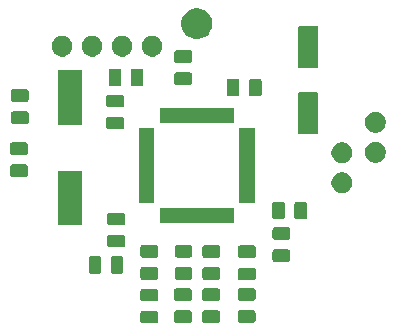
<source format=gbr>
G04 #@! TF.GenerationSoftware,KiCad,Pcbnew,(5.0.2)-1*
G04 #@! TF.CreationDate,2019-01-23T22:06:34-08:00*
G04 #@! TF.ProjectId,heart,68656172-742e-46b6-9963-61645f706362,rev?*
G04 #@! TF.SameCoordinates,Original*
G04 #@! TF.FileFunction,Soldermask,Top*
G04 #@! TF.FilePolarity,Negative*
%FSLAX46Y46*%
G04 Gerber Fmt 4.6, Leading zero omitted, Abs format (unit mm)*
G04 Created by KiCad (PCBNEW (5.0.2)-1) date 1/23/2019 10:06:34 PM*
%MOMM*%
%LPD*%
G01*
G04 APERTURE LIST*
%ADD10C,0.100000*%
G04 APERTURE END LIST*
D10*
G36*
X-3438894Y4691675D02*
X-3400223Y4679944D01*
X-3364581Y4660892D01*
X-3333343Y4635257D01*
X-3307708Y4604019D01*
X-3288656Y4568377D01*
X-3276925Y4529706D01*
X-3272360Y4483352D01*
X-3272360Y3832128D01*
X-3276925Y3785774D01*
X-3288656Y3747103D01*
X-3307708Y3711461D01*
X-3333343Y3680223D01*
X-3364581Y3654588D01*
X-3400223Y3635536D01*
X-3438894Y3623805D01*
X-3485248Y3619240D01*
X-4561472Y3619240D01*
X-4607826Y3623805D01*
X-4646497Y3635536D01*
X-4682139Y3654588D01*
X-4713377Y3680223D01*
X-4739012Y3711461D01*
X-4758064Y3747103D01*
X-4769795Y3785774D01*
X-4774360Y3832128D01*
X-4774360Y4483352D01*
X-4769795Y4529706D01*
X-4758064Y4568377D01*
X-4739012Y4604019D01*
X-4713377Y4635257D01*
X-4682139Y4660892D01*
X-4646497Y4679944D01*
X-4607826Y4691675D01*
X-4561472Y4696240D01*
X-3485248Y4696240D01*
X-3438894Y4691675D01*
X-3438894Y4691675D01*
G37*
G36*
X-589014Y4722155D02*
X-550343Y4710424D01*
X-514701Y4691372D01*
X-483463Y4665737D01*
X-457828Y4634499D01*
X-438776Y4598857D01*
X-427045Y4560186D01*
X-422480Y4513832D01*
X-422480Y3862608D01*
X-427045Y3816254D01*
X-438776Y3777583D01*
X-457828Y3741941D01*
X-483463Y3710703D01*
X-514701Y3685068D01*
X-550343Y3666016D01*
X-589014Y3654285D01*
X-635368Y3649720D01*
X-1711592Y3649720D01*
X-1757946Y3654285D01*
X-1796617Y3666016D01*
X-1832259Y3685068D01*
X-1863497Y3710703D01*
X-1889132Y3741941D01*
X-1908184Y3777583D01*
X-1919915Y3816254D01*
X-1924480Y3862608D01*
X-1924480Y4513832D01*
X-1919915Y4560186D01*
X-1908184Y4598857D01*
X-1889132Y4634499D01*
X-1863497Y4665737D01*
X-1832259Y4691372D01*
X-1796617Y4710424D01*
X-1757946Y4722155D01*
X-1711592Y4726720D01*
X-635368Y4726720D01*
X-589014Y4722155D01*
X-589014Y4722155D01*
G37*
G36*
X1798586Y4737395D02*
X1837257Y4725664D01*
X1872899Y4706612D01*
X1904137Y4680977D01*
X1929772Y4649739D01*
X1948824Y4614097D01*
X1960555Y4575426D01*
X1965120Y4529072D01*
X1965120Y3877848D01*
X1960555Y3831494D01*
X1948824Y3792823D01*
X1929772Y3757181D01*
X1904137Y3725943D01*
X1872899Y3700308D01*
X1837257Y3681256D01*
X1798586Y3669525D01*
X1752232Y3664960D01*
X676008Y3664960D01*
X629654Y3669525D01*
X590983Y3681256D01*
X555341Y3700308D01*
X524103Y3725943D01*
X498468Y3757181D01*
X479416Y3792823D01*
X467685Y3831494D01*
X463120Y3877848D01*
X463120Y4529072D01*
X467685Y4575426D01*
X479416Y4614097D01*
X498468Y4649739D01*
X524103Y4680977D01*
X555341Y4706612D01*
X590983Y4725664D01*
X629654Y4737395D01*
X676008Y4741960D01*
X1752232Y4741960D01*
X1798586Y4737395D01*
X1798586Y4737395D01*
G37*
G36*
X4805946Y4752635D02*
X4844617Y4740904D01*
X4880259Y4721852D01*
X4911497Y4696217D01*
X4937132Y4664979D01*
X4956184Y4629337D01*
X4967915Y4590666D01*
X4972480Y4544312D01*
X4972480Y3893088D01*
X4967915Y3846734D01*
X4956184Y3808063D01*
X4937132Y3772421D01*
X4911497Y3741183D01*
X4880259Y3715548D01*
X4844617Y3696496D01*
X4805946Y3684765D01*
X4759592Y3680200D01*
X3683368Y3680200D01*
X3637014Y3684765D01*
X3598343Y3696496D01*
X3562701Y3715548D01*
X3531463Y3741183D01*
X3505828Y3772421D01*
X3486776Y3808063D01*
X3475045Y3846734D01*
X3470480Y3893088D01*
X3470480Y4544312D01*
X3475045Y4590666D01*
X3486776Y4629337D01*
X3505828Y4664979D01*
X3531463Y4696217D01*
X3562701Y4721852D01*
X3598343Y4740904D01*
X3637014Y4752635D01*
X3683368Y4757200D01*
X4759592Y4757200D01*
X4805946Y4752635D01*
X4805946Y4752635D01*
G37*
G36*
X-3438894Y6566675D02*
X-3400223Y6554944D01*
X-3364581Y6535892D01*
X-3333343Y6510257D01*
X-3307708Y6479019D01*
X-3288656Y6443377D01*
X-3276925Y6404706D01*
X-3272360Y6358352D01*
X-3272360Y5707128D01*
X-3276925Y5660774D01*
X-3288656Y5622103D01*
X-3307708Y5586461D01*
X-3333343Y5555223D01*
X-3364581Y5529588D01*
X-3400223Y5510536D01*
X-3438894Y5498805D01*
X-3485248Y5494240D01*
X-4561472Y5494240D01*
X-4607826Y5498805D01*
X-4646497Y5510536D01*
X-4682139Y5529588D01*
X-4713377Y5555223D01*
X-4739012Y5586461D01*
X-4758064Y5622103D01*
X-4769795Y5660774D01*
X-4774360Y5707128D01*
X-4774360Y6358352D01*
X-4769795Y6404706D01*
X-4758064Y6443377D01*
X-4739012Y6479019D01*
X-4713377Y6510257D01*
X-4682139Y6535892D01*
X-4646497Y6554944D01*
X-4607826Y6566675D01*
X-4561472Y6571240D01*
X-3485248Y6571240D01*
X-3438894Y6566675D01*
X-3438894Y6566675D01*
G37*
G36*
X-589014Y6597155D02*
X-550343Y6585424D01*
X-514701Y6566372D01*
X-483463Y6540737D01*
X-457828Y6509499D01*
X-438776Y6473857D01*
X-427045Y6435186D01*
X-422480Y6388832D01*
X-422480Y5737608D01*
X-427045Y5691254D01*
X-438776Y5652583D01*
X-457828Y5616941D01*
X-483463Y5585703D01*
X-514701Y5560068D01*
X-550343Y5541016D01*
X-589014Y5529285D01*
X-635368Y5524720D01*
X-1711592Y5524720D01*
X-1757946Y5529285D01*
X-1796617Y5541016D01*
X-1832259Y5560068D01*
X-1863497Y5585703D01*
X-1889132Y5616941D01*
X-1908184Y5652583D01*
X-1919915Y5691254D01*
X-1924480Y5737608D01*
X-1924480Y6388832D01*
X-1919915Y6435186D01*
X-1908184Y6473857D01*
X-1889132Y6509499D01*
X-1863497Y6540737D01*
X-1832259Y6566372D01*
X-1796617Y6585424D01*
X-1757946Y6597155D01*
X-1711592Y6601720D01*
X-635368Y6601720D01*
X-589014Y6597155D01*
X-589014Y6597155D01*
G37*
G36*
X1798586Y6612395D02*
X1837257Y6600664D01*
X1872899Y6581612D01*
X1904137Y6555977D01*
X1929772Y6524739D01*
X1948824Y6489097D01*
X1960555Y6450426D01*
X1965120Y6404072D01*
X1965120Y5752848D01*
X1960555Y5706494D01*
X1948824Y5667823D01*
X1929772Y5632181D01*
X1904137Y5600943D01*
X1872899Y5575308D01*
X1837257Y5556256D01*
X1798586Y5544525D01*
X1752232Y5539960D01*
X676008Y5539960D01*
X629654Y5544525D01*
X590983Y5556256D01*
X555341Y5575308D01*
X524103Y5600943D01*
X498468Y5632181D01*
X479416Y5667823D01*
X467685Y5706494D01*
X463120Y5752848D01*
X463120Y6404072D01*
X467685Y6450426D01*
X479416Y6489097D01*
X498468Y6524739D01*
X524103Y6555977D01*
X555341Y6581612D01*
X590983Y6600664D01*
X629654Y6612395D01*
X676008Y6616960D01*
X1752232Y6616960D01*
X1798586Y6612395D01*
X1798586Y6612395D01*
G37*
G36*
X4805946Y6627635D02*
X4844617Y6615904D01*
X4880259Y6596852D01*
X4911497Y6571217D01*
X4937132Y6539979D01*
X4956184Y6504337D01*
X4967915Y6465666D01*
X4972480Y6419312D01*
X4972480Y5768088D01*
X4967915Y5721734D01*
X4956184Y5683063D01*
X4937132Y5647421D01*
X4911497Y5616183D01*
X4880259Y5590548D01*
X4844617Y5571496D01*
X4805946Y5559765D01*
X4759592Y5555200D01*
X3683368Y5555200D01*
X3637014Y5559765D01*
X3598343Y5571496D01*
X3562701Y5590548D01*
X3531463Y5616183D01*
X3505828Y5647421D01*
X3486776Y5683063D01*
X3475045Y5721734D01*
X3470480Y5768088D01*
X3470480Y6419312D01*
X3475045Y6465666D01*
X3486776Y6504337D01*
X3505828Y6539979D01*
X3531463Y6571217D01*
X3562701Y6596852D01*
X3598343Y6615904D01*
X3637014Y6627635D01*
X3683368Y6632200D01*
X4759592Y6632200D01*
X4805946Y6627635D01*
X4805946Y6627635D01*
G37*
G36*
X4821186Y8354355D02*
X4859857Y8342624D01*
X4895499Y8323572D01*
X4926737Y8297937D01*
X4952372Y8266699D01*
X4971424Y8231057D01*
X4983155Y8192386D01*
X4987720Y8146032D01*
X4987720Y7494808D01*
X4983155Y7448454D01*
X4971424Y7409783D01*
X4952372Y7374141D01*
X4926737Y7342903D01*
X4895499Y7317268D01*
X4859857Y7298216D01*
X4821186Y7286485D01*
X4774832Y7281920D01*
X3698608Y7281920D01*
X3652254Y7286485D01*
X3613583Y7298216D01*
X3577941Y7317268D01*
X3546703Y7342903D01*
X3521068Y7374141D01*
X3502016Y7409783D01*
X3490285Y7448454D01*
X3485720Y7494808D01*
X3485720Y8146032D01*
X3490285Y8192386D01*
X3502016Y8231057D01*
X3521068Y8266699D01*
X3546703Y8297937D01*
X3577941Y8323572D01*
X3613583Y8342624D01*
X3652254Y8354355D01*
X3698608Y8358920D01*
X4774832Y8358920D01*
X4821186Y8354355D01*
X4821186Y8354355D01*
G37*
G36*
X1803666Y8374675D02*
X1842337Y8362944D01*
X1877979Y8343892D01*
X1909217Y8318257D01*
X1934852Y8287019D01*
X1953904Y8251377D01*
X1965635Y8212706D01*
X1970200Y8166352D01*
X1970200Y7515128D01*
X1965635Y7468774D01*
X1953904Y7430103D01*
X1934852Y7394461D01*
X1909217Y7363223D01*
X1877979Y7337588D01*
X1842337Y7318536D01*
X1803666Y7306805D01*
X1757312Y7302240D01*
X681088Y7302240D01*
X634734Y7306805D01*
X596063Y7318536D01*
X560421Y7337588D01*
X529183Y7363223D01*
X503548Y7394461D01*
X484496Y7430103D01*
X472765Y7468774D01*
X468200Y7515128D01*
X468200Y8166352D01*
X472765Y8212706D01*
X484496Y8251377D01*
X503548Y8287019D01*
X529183Y8318257D01*
X560421Y8343892D01*
X596063Y8362944D01*
X634734Y8374675D01*
X681088Y8379240D01*
X1757312Y8379240D01*
X1803666Y8374675D01*
X1803666Y8374675D01*
G37*
G36*
X-3438894Y8394995D02*
X-3400223Y8383264D01*
X-3364581Y8364212D01*
X-3333343Y8338577D01*
X-3307708Y8307339D01*
X-3288656Y8271697D01*
X-3276925Y8233026D01*
X-3272360Y8186672D01*
X-3272360Y7535448D01*
X-3276925Y7489094D01*
X-3288656Y7450423D01*
X-3307708Y7414781D01*
X-3333343Y7383543D01*
X-3364581Y7357908D01*
X-3400223Y7338856D01*
X-3438894Y7327125D01*
X-3485248Y7322560D01*
X-4561472Y7322560D01*
X-4607826Y7327125D01*
X-4646497Y7338856D01*
X-4682139Y7357908D01*
X-4713377Y7383543D01*
X-4739012Y7414781D01*
X-4758064Y7450423D01*
X-4769795Y7489094D01*
X-4774360Y7535448D01*
X-4774360Y8186672D01*
X-4769795Y8233026D01*
X-4758064Y8271697D01*
X-4739012Y8307339D01*
X-4713377Y8338577D01*
X-4682139Y8364212D01*
X-4646497Y8383264D01*
X-4607826Y8394995D01*
X-4561472Y8399560D01*
X-3485248Y8399560D01*
X-3438894Y8394995D01*
X-3438894Y8394995D01*
G37*
G36*
X-538214Y8400075D02*
X-499543Y8388344D01*
X-463901Y8369292D01*
X-432663Y8343657D01*
X-407028Y8312419D01*
X-387976Y8276777D01*
X-376245Y8238106D01*
X-371680Y8191752D01*
X-371680Y7540528D01*
X-376245Y7494174D01*
X-387976Y7455503D01*
X-407028Y7419861D01*
X-432663Y7388623D01*
X-463901Y7362988D01*
X-499543Y7343936D01*
X-538214Y7332205D01*
X-584568Y7327640D01*
X-1660792Y7327640D01*
X-1707146Y7332205D01*
X-1745817Y7343936D01*
X-1781459Y7362988D01*
X-1812697Y7388623D01*
X-1838332Y7419861D01*
X-1857384Y7455503D01*
X-1869115Y7494174D01*
X-1873680Y7540528D01*
X-1873680Y8191752D01*
X-1869115Y8238106D01*
X-1857384Y8276777D01*
X-1838332Y8312419D01*
X-1812697Y8343657D01*
X-1781459Y8369292D01*
X-1745817Y8388344D01*
X-1707146Y8400075D01*
X-1660792Y8404640D01*
X-584568Y8404640D01*
X-538214Y8400075D01*
X-538214Y8400075D01*
G37*
G36*
X-6376574Y9321475D02*
X-6337903Y9309744D01*
X-6302261Y9290692D01*
X-6271023Y9265057D01*
X-6245388Y9233819D01*
X-6226336Y9198177D01*
X-6214605Y9159506D01*
X-6210040Y9113152D01*
X-6210040Y8036928D01*
X-6214605Y7990574D01*
X-6226336Y7951903D01*
X-6245388Y7916261D01*
X-6271023Y7885023D01*
X-6302261Y7859388D01*
X-6337903Y7840336D01*
X-6376574Y7828605D01*
X-6422928Y7824040D01*
X-7074152Y7824040D01*
X-7120506Y7828605D01*
X-7159177Y7840336D01*
X-7194819Y7859388D01*
X-7226057Y7885023D01*
X-7251692Y7916261D01*
X-7270744Y7951903D01*
X-7282475Y7990574D01*
X-7287040Y8036928D01*
X-7287040Y9113152D01*
X-7282475Y9159506D01*
X-7270744Y9198177D01*
X-7251692Y9233819D01*
X-7226057Y9265057D01*
X-7194819Y9290692D01*
X-7159177Y9309744D01*
X-7120506Y9321475D01*
X-7074152Y9326040D01*
X-6422928Y9326040D01*
X-6376574Y9321475D01*
X-6376574Y9321475D01*
G37*
G36*
X-8251574Y9321475D02*
X-8212903Y9309744D01*
X-8177261Y9290692D01*
X-8146023Y9265057D01*
X-8120388Y9233819D01*
X-8101336Y9198177D01*
X-8089605Y9159506D01*
X-8085040Y9113152D01*
X-8085040Y8036928D01*
X-8089605Y7990574D01*
X-8101336Y7951903D01*
X-8120388Y7916261D01*
X-8146023Y7885023D01*
X-8177261Y7859388D01*
X-8212903Y7840336D01*
X-8251574Y7828605D01*
X-8297928Y7824040D01*
X-8949152Y7824040D01*
X-8995506Y7828605D01*
X-9034177Y7840336D01*
X-9069819Y7859388D01*
X-9101057Y7885023D01*
X-9126692Y7916261D01*
X-9145744Y7951903D01*
X-9157475Y7990574D01*
X-9162040Y8036928D01*
X-9162040Y9113152D01*
X-9157475Y9159506D01*
X-9145744Y9198177D01*
X-9126692Y9233819D01*
X-9101057Y9265057D01*
X-9069819Y9290692D01*
X-9034177Y9309744D01*
X-8995506Y9321475D01*
X-8949152Y9326040D01*
X-8297928Y9326040D01*
X-8251574Y9321475D01*
X-8251574Y9321475D01*
G37*
G36*
X7742186Y9893595D02*
X7780857Y9881864D01*
X7816499Y9862812D01*
X7847737Y9837177D01*
X7873372Y9805939D01*
X7892424Y9770297D01*
X7904155Y9731626D01*
X7908720Y9685272D01*
X7908720Y9034048D01*
X7904155Y8987694D01*
X7892424Y8949023D01*
X7873372Y8913381D01*
X7847737Y8882143D01*
X7816499Y8856508D01*
X7780857Y8837456D01*
X7742186Y8825725D01*
X7695832Y8821160D01*
X6619608Y8821160D01*
X6573254Y8825725D01*
X6534583Y8837456D01*
X6498941Y8856508D01*
X6467703Y8882143D01*
X6442068Y8913381D01*
X6423016Y8949023D01*
X6411285Y8987694D01*
X6406720Y9034048D01*
X6406720Y9685272D01*
X6411285Y9731626D01*
X6423016Y9770297D01*
X6442068Y9805939D01*
X6467703Y9837177D01*
X6498941Y9862812D01*
X6534583Y9881864D01*
X6573254Y9893595D01*
X6619608Y9898160D01*
X7695832Y9898160D01*
X7742186Y9893595D01*
X7742186Y9893595D01*
G37*
G36*
X4821186Y10229355D02*
X4859857Y10217624D01*
X4895499Y10198572D01*
X4926737Y10172937D01*
X4952372Y10141699D01*
X4971424Y10106057D01*
X4983155Y10067386D01*
X4987720Y10021032D01*
X4987720Y9369808D01*
X4983155Y9323454D01*
X4971424Y9284783D01*
X4952372Y9249141D01*
X4926737Y9217903D01*
X4895499Y9192268D01*
X4859857Y9173216D01*
X4821186Y9161485D01*
X4774832Y9156920D01*
X3698608Y9156920D01*
X3652254Y9161485D01*
X3613583Y9173216D01*
X3577941Y9192268D01*
X3546703Y9217903D01*
X3521068Y9249141D01*
X3502016Y9284783D01*
X3490285Y9323454D01*
X3485720Y9369808D01*
X3485720Y10021032D01*
X3490285Y10067386D01*
X3502016Y10106057D01*
X3521068Y10141699D01*
X3546703Y10172937D01*
X3577941Y10198572D01*
X3613583Y10217624D01*
X3652254Y10229355D01*
X3698608Y10233920D01*
X4774832Y10233920D01*
X4821186Y10229355D01*
X4821186Y10229355D01*
G37*
G36*
X1803666Y10249675D02*
X1842337Y10237944D01*
X1877979Y10218892D01*
X1909217Y10193257D01*
X1934852Y10162019D01*
X1953904Y10126377D01*
X1965635Y10087706D01*
X1970200Y10041352D01*
X1970200Y9390128D01*
X1965635Y9343774D01*
X1953904Y9305103D01*
X1934852Y9269461D01*
X1909217Y9238223D01*
X1877979Y9212588D01*
X1842337Y9193536D01*
X1803666Y9181805D01*
X1757312Y9177240D01*
X681088Y9177240D01*
X634734Y9181805D01*
X596063Y9193536D01*
X560421Y9212588D01*
X529183Y9238223D01*
X503548Y9269461D01*
X484496Y9305103D01*
X472765Y9343774D01*
X468200Y9390128D01*
X468200Y10041352D01*
X472765Y10087706D01*
X484496Y10126377D01*
X503548Y10162019D01*
X529183Y10193257D01*
X560421Y10218892D01*
X596063Y10237944D01*
X634734Y10249675D01*
X681088Y10254240D01*
X1757312Y10254240D01*
X1803666Y10249675D01*
X1803666Y10249675D01*
G37*
G36*
X-3438894Y10269995D02*
X-3400223Y10258264D01*
X-3364581Y10239212D01*
X-3333343Y10213577D01*
X-3307708Y10182339D01*
X-3288656Y10146697D01*
X-3276925Y10108026D01*
X-3272360Y10061672D01*
X-3272360Y9410448D01*
X-3276925Y9364094D01*
X-3288656Y9325423D01*
X-3307708Y9289781D01*
X-3333343Y9258543D01*
X-3364581Y9232908D01*
X-3400223Y9213856D01*
X-3438894Y9202125D01*
X-3485248Y9197560D01*
X-4561472Y9197560D01*
X-4607826Y9202125D01*
X-4646497Y9213856D01*
X-4682139Y9232908D01*
X-4713377Y9258543D01*
X-4739012Y9289781D01*
X-4758064Y9325423D01*
X-4769795Y9364094D01*
X-4774360Y9410448D01*
X-4774360Y10061672D01*
X-4769795Y10108026D01*
X-4758064Y10146697D01*
X-4739012Y10182339D01*
X-4713377Y10213577D01*
X-4682139Y10239212D01*
X-4646497Y10258264D01*
X-4607826Y10269995D01*
X-4561472Y10274560D01*
X-3485248Y10274560D01*
X-3438894Y10269995D01*
X-3438894Y10269995D01*
G37*
G36*
X-538214Y10275075D02*
X-499543Y10263344D01*
X-463901Y10244292D01*
X-432663Y10218657D01*
X-407028Y10187419D01*
X-387976Y10151777D01*
X-376245Y10113106D01*
X-371680Y10066752D01*
X-371680Y9415528D01*
X-376245Y9369174D01*
X-387976Y9330503D01*
X-407028Y9294861D01*
X-432663Y9263623D01*
X-463901Y9237988D01*
X-499543Y9218936D01*
X-538214Y9207205D01*
X-584568Y9202640D01*
X-1660792Y9202640D01*
X-1707146Y9207205D01*
X-1745817Y9218936D01*
X-1781459Y9237988D01*
X-1812697Y9263623D01*
X-1838332Y9294861D01*
X-1857384Y9330503D01*
X-1869115Y9369174D01*
X-1873680Y9415528D01*
X-1873680Y10066752D01*
X-1869115Y10113106D01*
X-1857384Y10151777D01*
X-1838332Y10187419D01*
X-1812697Y10218657D01*
X-1781459Y10244292D01*
X-1745817Y10263344D01*
X-1707146Y10275075D01*
X-1660792Y10279640D01*
X-584568Y10279640D01*
X-538214Y10275075D01*
X-538214Y10275075D01*
G37*
G36*
X-6243054Y11133115D02*
X-6204383Y11121384D01*
X-6168741Y11102332D01*
X-6137503Y11076697D01*
X-6111868Y11045459D01*
X-6092816Y11009817D01*
X-6081085Y10971146D01*
X-6076520Y10924792D01*
X-6076520Y10273569D01*
X-6081085Y10227214D01*
X-6092816Y10188543D01*
X-6111868Y10152901D01*
X-6137503Y10121663D01*
X-6168741Y10096028D01*
X-6204383Y10076976D01*
X-6243054Y10065245D01*
X-6289408Y10060680D01*
X-7365632Y10060680D01*
X-7411986Y10065245D01*
X-7450657Y10076976D01*
X-7486299Y10096028D01*
X-7517537Y10121663D01*
X-7543172Y10152901D01*
X-7562224Y10188543D01*
X-7573955Y10227214D01*
X-7578520Y10273569D01*
X-7578520Y10924792D01*
X-7573955Y10971146D01*
X-7562224Y11009817D01*
X-7543172Y11045459D01*
X-7517537Y11076697D01*
X-7486299Y11102332D01*
X-7450657Y11121384D01*
X-7411986Y11133115D01*
X-7365632Y11137680D01*
X-6289408Y11137680D01*
X-6243054Y11133115D01*
X-6243054Y11133115D01*
G37*
G36*
X7742186Y11768595D02*
X7780857Y11756864D01*
X7816499Y11737812D01*
X7847737Y11712177D01*
X7873372Y11680939D01*
X7892424Y11645297D01*
X7904155Y11606626D01*
X7908720Y11560272D01*
X7908720Y10909048D01*
X7904155Y10862694D01*
X7892424Y10824023D01*
X7873372Y10788381D01*
X7847737Y10757143D01*
X7816499Y10731508D01*
X7780857Y10712456D01*
X7742186Y10700725D01*
X7695832Y10696160D01*
X6619608Y10696160D01*
X6573254Y10700725D01*
X6534583Y10712456D01*
X6498941Y10731508D01*
X6467703Y10757143D01*
X6442068Y10788381D01*
X6423016Y10824023D01*
X6411285Y10862694D01*
X6406720Y10909048D01*
X6406720Y11560272D01*
X6411285Y11606626D01*
X6423016Y11645297D01*
X6442068Y11680939D01*
X6467703Y11712177D01*
X6498941Y11737812D01*
X6534583Y11756864D01*
X6573254Y11768595D01*
X6619608Y11773160D01*
X7695832Y11773160D01*
X7742186Y11768595D01*
X7742186Y11768595D01*
G37*
G36*
X-6243054Y13008115D02*
X-6204383Y12996384D01*
X-6168741Y12977332D01*
X-6137503Y12951697D01*
X-6111868Y12920459D01*
X-6092816Y12884817D01*
X-6081085Y12846146D01*
X-6076520Y12799792D01*
X-6076520Y12148568D01*
X-6081085Y12102214D01*
X-6092816Y12063543D01*
X-6111868Y12027901D01*
X-6137503Y11996663D01*
X-6168741Y11971028D01*
X-6204383Y11951976D01*
X-6243054Y11940245D01*
X-6289408Y11935680D01*
X-7365632Y11935680D01*
X-7411986Y11940245D01*
X-7450657Y11951976D01*
X-7486299Y11971028D01*
X-7517537Y11996663D01*
X-7543172Y12027901D01*
X-7562224Y12063543D01*
X-7573955Y12102214D01*
X-7578520Y12148568D01*
X-7578520Y12799792D01*
X-7573955Y12846146D01*
X-7562224Y12884817D01*
X-7543172Y12920459D01*
X-7517537Y12951697D01*
X-7486299Y12977332D01*
X-7450657Y12996384D01*
X-7411986Y13008115D01*
X-7365632Y13012680D01*
X-6289408Y13012680D01*
X-6243054Y13008115D01*
X-6243054Y13008115D01*
G37*
G36*
X-9683040Y11950360D02*
X-11785040Y11950360D01*
X-11785040Y16552360D01*
X-9683040Y16552360D01*
X-9683040Y11950360D01*
X-9683040Y11950360D01*
G37*
G36*
X3151000Y12099000D02*
X-3151000Y12099000D01*
X-3151000Y13401000D01*
X3151000Y13401000D01*
X3151000Y12099000D01*
X3151000Y12099000D01*
G37*
G36*
X7293226Y13934115D02*
X7331897Y13922384D01*
X7367539Y13903332D01*
X7398777Y13877697D01*
X7424412Y13846459D01*
X7443464Y13810817D01*
X7455195Y13772146D01*
X7459760Y13725792D01*
X7459760Y12649568D01*
X7455195Y12603214D01*
X7443464Y12564543D01*
X7424412Y12528901D01*
X7398777Y12497663D01*
X7367539Y12472028D01*
X7331897Y12452976D01*
X7293226Y12441245D01*
X7246872Y12436680D01*
X6595648Y12436680D01*
X6549294Y12441245D01*
X6510623Y12452976D01*
X6474981Y12472028D01*
X6443743Y12497663D01*
X6418108Y12528901D01*
X6399056Y12564543D01*
X6387325Y12603214D01*
X6382760Y12649568D01*
X6382760Y13725792D01*
X6387325Y13772146D01*
X6399056Y13810817D01*
X6418108Y13846459D01*
X6443743Y13877697D01*
X6474981Y13903332D01*
X6510623Y13922384D01*
X6549294Y13934115D01*
X6595648Y13938680D01*
X7246872Y13938680D01*
X7293226Y13934115D01*
X7293226Y13934115D01*
G37*
G36*
X9168226Y13934115D02*
X9206897Y13922384D01*
X9242539Y13903332D01*
X9273777Y13877697D01*
X9299412Y13846459D01*
X9318464Y13810817D01*
X9330195Y13772146D01*
X9334760Y13725792D01*
X9334760Y12649568D01*
X9330195Y12603214D01*
X9318464Y12564543D01*
X9299412Y12528901D01*
X9273777Y12497663D01*
X9242539Y12472028D01*
X9206897Y12452976D01*
X9168226Y12441245D01*
X9121872Y12436680D01*
X8470648Y12436680D01*
X8424294Y12441245D01*
X8385623Y12452976D01*
X8349981Y12472028D01*
X8318743Y12497663D01*
X8293108Y12528901D01*
X8274056Y12564543D01*
X8262325Y12603214D01*
X8257760Y12649568D01*
X8257760Y13725792D01*
X8262325Y13772146D01*
X8274056Y13810817D01*
X8293108Y13846459D01*
X8318743Y13877697D01*
X8349981Y13903332D01*
X8385623Y13922384D01*
X8424294Y13934115D01*
X8470648Y13938680D01*
X9121872Y13938680D01*
X9168226Y13934115D01*
X9168226Y13934115D01*
G37*
G36*
X4901000Y13849000D02*
X3599000Y13849000D01*
X3599000Y20151000D01*
X4901000Y20151000D01*
X4901000Y13849000D01*
X4901000Y13849000D01*
G37*
G36*
X-3599000Y13849000D02*
X-4901000Y13849000D01*
X-4901000Y20151000D01*
X-3599000Y20151000D01*
X-3599000Y13849000D01*
X-3599000Y13849000D01*
G37*
G36*
X12401869Y16417464D02*
X12528800Y16392216D01*
X12688222Y16326181D01*
X12831698Y16230314D01*
X12953714Y16108298D01*
X13049581Y15964822D01*
X13115616Y15805400D01*
X13149280Y15636159D01*
X13149280Y15463601D01*
X13115616Y15294360D01*
X13049581Y15134938D01*
X12953714Y14991462D01*
X12831698Y14869446D01*
X12688222Y14773579D01*
X12528800Y14707544D01*
X12401869Y14682296D01*
X12359560Y14673880D01*
X12187000Y14673880D01*
X12144691Y14682296D01*
X12017760Y14707544D01*
X11858338Y14773579D01*
X11714862Y14869446D01*
X11592846Y14991462D01*
X11496979Y15134938D01*
X11430944Y15294360D01*
X11397280Y15463601D01*
X11397280Y15636159D01*
X11430944Y15805400D01*
X11496979Y15964822D01*
X11592846Y16108298D01*
X11714862Y16230314D01*
X11858338Y16326181D01*
X12017760Y16392216D01*
X12144691Y16417464D01*
X12187000Y16425880D01*
X12359560Y16425880D01*
X12401869Y16417464D01*
X12401869Y16417464D01*
G37*
G36*
X-14477734Y17081795D02*
X-14439063Y17070064D01*
X-14403421Y17051012D01*
X-14372183Y17025377D01*
X-14346548Y16994139D01*
X-14327496Y16958497D01*
X-14315765Y16919826D01*
X-14311200Y16873472D01*
X-14311200Y16222248D01*
X-14315765Y16175894D01*
X-14327496Y16137223D01*
X-14346548Y16101581D01*
X-14372183Y16070343D01*
X-14403421Y16044708D01*
X-14439063Y16025656D01*
X-14477734Y16013925D01*
X-14524088Y16009360D01*
X-15600312Y16009360D01*
X-15646666Y16013925D01*
X-15685337Y16025656D01*
X-15720979Y16044708D01*
X-15752217Y16070343D01*
X-15777852Y16101581D01*
X-15796904Y16137223D01*
X-15808635Y16175894D01*
X-15813200Y16222248D01*
X-15813200Y16873472D01*
X-15808635Y16919826D01*
X-15796904Y16958497D01*
X-15777852Y16994139D01*
X-15752217Y17025377D01*
X-15720979Y17051012D01*
X-15685337Y17070064D01*
X-15646666Y17081795D01*
X-15600312Y17086360D01*
X-14524088Y17086360D01*
X-14477734Y17081795D01*
X-14477734Y17081795D01*
G37*
G36*
X12382283Y18961360D02*
X12528800Y18932216D01*
X12688222Y18866181D01*
X12831698Y18770314D01*
X12953714Y18648298D01*
X13049581Y18504822D01*
X13115616Y18345400D01*
X13149280Y18176159D01*
X13149280Y18003601D01*
X13115616Y17834360D01*
X13049581Y17674938D01*
X12953714Y17531462D01*
X12831698Y17409446D01*
X12688222Y17313579D01*
X12528800Y17247544D01*
X12401869Y17222296D01*
X12359560Y17213880D01*
X12187000Y17213880D01*
X12144691Y17222296D01*
X12017760Y17247544D01*
X11858338Y17313579D01*
X11714862Y17409446D01*
X11592846Y17531462D01*
X11496979Y17674938D01*
X11430944Y17834360D01*
X11397280Y18003601D01*
X11397280Y18176159D01*
X11430944Y18345400D01*
X11496979Y18504822D01*
X11592846Y18648298D01*
X11714862Y18770314D01*
X11858338Y18866181D01*
X12017760Y18932216D01*
X12164277Y18961360D01*
X12187000Y18965880D01*
X12359560Y18965880D01*
X12382283Y18961360D01*
X12382283Y18961360D01*
G37*
G36*
X15251749Y18977784D02*
X15378680Y18952536D01*
X15538102Y18886501D01*
X15681578Y18790634D01*
X15803594Y18668618D01*
X15899461Y18525142D01*
X15965496Y18365720D01*
X15999160Y18196479D01*
X15999160Y18023921D01*
X15965496Y17854680D01*
X15899461Y17695258D01*
X15803594Y17551782D01*
X15681578Y17429766D01*
X15538102Y17333899D01*
X15378680Y17267864D01*
X15251749Y17242616D01*
X15209440Y17234200D01*
X15036880Y17234200D01*
X14994571Y17242616D01*
X14867640Y17267864D01*
X14708218Y17333899D01*
X14564742Y17429766D01*
X14442726Y17551782D01*
X14346859Y17695258D01*
X14280824Y17854680D01*
X14247160Y18023921D01*
X14247160Y18196479D01*
X14280824Y18365720D01*
X14346859Y18525142D01*
X14442726Y18668618D01*
X14564742Y18790634D01*
X14708218Y18886501D01*
X14867640Y18952536D01*
X14994571Y18977784D01*
X15036880Y18986200D01*
X15209440Y18986200D01*
X15251749Y18977784D01*
X15251749Y18977784D01*
G37*
G36*
X-14477734Y18956795D02*
X-14439063Y18945064D01*
X-14403421Y18926012D01*
X-14372183Y18900377D01*
X-14346548Y18869139D01*
X-14327496Y18833497D01*
X-14315765Y18794826D01*
X-14311200Y18748472D01*
X-14311200Y18097248D01*
X-14315765Y18050894D01*
X-14327496Y18012223D01*
X-14346548Y17976581D01*
X-14372183Y17945343D01*
X-14403421Y17919708D01*
X-14439063Y17900656D01*
X-14477734Y17888925D01*
X-14524088Y17884360D01*
X-15600312Y17884360D01*
X-15646666Y17888925D01*
X-15685337Y17900656D01*
X-15720979Y17919708D01*
X-15752217Y17945343D01*
X-15777852Y17976581D01*
X-15796904Y18012223D01*
X-15808635Y18050894D01*
X-15813200Y18097248D01*
X-15813200Y18748472D01*
X-15808635Y18794826D01*
X-15796904Y18833497D01*
X-15777852Y18869139D01*
X-15752217Y18900377D01*
X-15720979Y18926012D01*
X-15685337Y18945064D01*
X-15646666Y18956795D01*
X-15600312Y18961360D01*
X-14524088Y18961360D01*
X-14477734Y18956795D01*
X-14477734Y18956795D01*
G37*
G36*
X10134476Y23223469D02*
X10168133Y23213259D01*
X10199147Y23196682D01*
X10226332Y23174372D01*
X10248642Y23147187D01*
X10265219Y23116173D01*
X10275429Y23082516D01*
X10279480Y23041382D01*
X10279480Y19811658D01*
X10275429Y19770524D01*
X10265219Y19736867D01*
X10248642Y19705853D01*
X10226332Y19678668D01*
X10199147Y19656358D01*
X10168133Y19639781D01*
X10134476Y19629571D01*
X10093342Y19625520D01*
X8763618Y19625520D01*
X8722484Y19629571D01*
X8688827Y19639781D01*
X8657813Y19656358D01*
X8630628Y19678668D01*
X8608318Y19705853D01*
X8591741Y19736867D01*
X8581531Y19770524D01*
X8577480Y19811658D01*
X8577480Y23041382D01*
X8581531Y23082516D01*
X8591741Y23116173D01*
X8608318Y23147187D01*
X8630628Y23174372D01*
X8657813Y23196682D01*
X8688827Y23213259D01*
X8722484Y23223469D01*
X8763618Y23227520D01*
X10093342Y23227520D01*
X10134476Y23223469D01*
X10134476Y23223469D01*
G37*
G36*
X15251749Y21517784D02*
X15378680Y21492536D01*
X15538102Y21426501D01*
X15681578Y21330634D01*
X15803594Y21208618D01*
X15899461Y21065142D01*
X15965496Y20905720D01*
X15999160Y20736479D01*
X15999160Y20563921D01*
X15965496Y20394680D01*
X15899461Y20235258D01*
X15803594Y20091782D01*
X15681578Y19969766D01*
X15538102Y19873899D01*
X15378680Y19807864D01*
X15251749Y19782616D01*
X15209440Y19774200D01*
X15036880Y19774200D01*
X14994571Y19782616D01*
X14867640Y19807864D01*
X14708218Y19873899D01*
X14564742Y19969766D01*
X14442726Y20091782D01*
X14346859Y20235258D01*
X14280824Y20394680D01*
X14247160Y20563921D01*
X14247160Y20736479D01*
X14280824Y20905720D01*
X14346859Y21065142D01*
X14442726Y21208618D01*
X14564742Y21330634D01*
X14708218Y21426501D01*
X14867640Y21492536D01*
X14994571Y21517784D01*
X15036880Y21526200D01*
X15209440Y21526200D01*
X15251749Y21517784D01*
X15251749Y21517784D01*
G37*
G36*
X-6329414Y21120395D02*
X-6290743Y21108664D01*
X-6255101Y21089612D01*
X-6223863Y21063977D01*
X-6198228Y21032739D01*
X-6179176Y20997097D01*
X-6167445Y20958426D01*
X-6162880Y20912072D01*
X-6162880Y20260848D01*
X-6167445Y20214494D01*
X-6179176Y20175823D01*
X-6198228Y20140181D01*
X-6223863Y20108943D01*
X-6255101Y20083308D01*
X-6290743Y20064256D01*
X-6329414Y20052525D01*
X-6375768Y20047960D01*
X-7451992Y20047960D01*
X-7498346Y20052525D01*
X-7537017Y20064256D01*
X-7572659Y20083308D01*
X-7603897Y20108943D01*
X-7629532Y20140181D01*
X-7648584Y20175823D01*
X-7660315Y20214494D01*
X-7664880Y20260848D01*
X-7664880Y20912072D01*
X-7660315Y20958426D01*
X-7648584Y20997097D01*
X-7629532Y21032739D01*
X-7603897Y21063977D01*
X-7572659Y21089612D01*
X-7537017Y21108664D01*
X-7498346Y21120395D01*
X-7451992Y21124960D01*
X-6375768Y21124960D01*
X-6329414Y21120395D01*
X-6329414Y21120395D01*
G37*
G36*
X-9683040Y20450360D02*
X-11785040Y20450360D01*
X-11785040Y25052360D01*
X-9683040Y25052360D01*
X-9683040Y20450360D01*
X-9683040Y20450360D01*
G37*
G36*
X-14401534Y21577595D02*
X-14362863Y21565864D01*
X-14327221Y21546812D01*
X-14295983Y21521177D01*
X-14270348Y21489939D01*
X-14251296Y21454297D01*
X-14239565Y21415626D01*
X-14235000Y21369272D01*
X-14235000Y20718048D01*
X-14239565Y20671694D01*
X-14251296Y20633023D01*
X-14270348Y20597381D01*
X-14295983Y20566143D01*
X-14327221Y20540508D01*
X-14362863Y20521456D01*
X-14401534Y20509725D01*
X-14447888Y20505160D01*
X-15524112Y20505160D01*
X-15570466Y20509725D01*
X-15609137Y20521456D01*
X-15644779Y20540508D01*
X-15676017Y20566143D01*
X-15701652Y20597381D01*
X-15720704Y20633023D01*
X-15732435Y20671694D01*
X-15737000Y20718048D01*
X-15737000Y21369272D01*
X-15732435Y21415626D01*
X-15720704Y21454297D01*
X-15701652Y21489939D01*
X-15676017Y21521177D01*
X-15644779Y21546812D01*
X-15609137Y21565864D01*
X-15570466Y21577595D01*
X-15524112Y21582160D01*
X-14447888Y21582160D01*
X-14401534Y21577595D01*
X-14401534Y21577595D01*
G37*
G36*
X3151000Y20599000D02*
X-3151000Y20599000D01*
X-3151000Y21901000D01*
X3151000Y21901000D01*
X3151000Y20599000D01*
X3151000Y20599000D01*
G37*
G36*
X-6329414Y22995395D02*
X-6290743Y22983664D01*
X-6255101Y22964612D01*
X-6223863Y22938977D01*
X-6198228Y22907739D01*
X-6179176Y22872097D01*
X-6167445Y22833426D01*
X-6162880Y22787072D01*
X-6162880Y22135848D01*
X-6167445Y22089494D01*
X-6179176Y22050823D01*
X-6198228Y22015181D01*
X-6223863Y21983943D01*
X-6255101Y21958308D01*
X-6290743Y21939256D01*
X-6329414Y21927525D01*
X-6375768Y21922960D01*
X-7451992Y21922960D01*
X-7498346Y21927525D01*
X-7537017Y21939256D01*
X-7572659Y21958308D01*
X-7603897Y21983943D01*
X-7629532Y22015181D01*
X-7648584Y22050823D01*
X-7660315Y22089494D01*
X-7664880Y22135848D01*
X-7664880Y22787072D01*
X-7660315Y22833426D01*
X-7648584Y22872097D01*
X-7629532Y22907739D01*
X-7603897Y22938977D01*
X-7572659Y22964612D01*
X-7537017Y22983664D01*
X-7498346Y22995395D01*
X-7451992Y22999960D01*
X-6375768Y22999960D01*
X-6329414Y22995395D01*
X-6329414Y22995395D01*
G37*
G36*
X-14401534Y23452595D02*
X-14362863Y23440864D01*
X-14327221Y23421812D01*
X-14295983Y23396177D01*
X-14270348Y23364939D01*
X-14251296Y23329297D01*
X-14239565Y23290626D01*
X-14235000Y23244272D01*
X-14235000Y22593048D01*
X-14239565Y22546694D01*
X-14251296Y22508023D01*
X-14270348Y22472381D01*
X-14295983Y22441143D01*
X-14327221Y22415508D01*
X-14362863Y22396456D01*
X-14401534Y22384725D01*
X-14447888Y22380160D01*
X-15524112Y22380160D01*
X-15570466Y22384725D01*
X-15609137Y22396456D01*
X-15644779Y22415508D01*
X-15676017Y22441143D01*
X-15701652Y22472381D01*
X-15720704Y22508023D01*
X-15732435Y22546694D01*
X-15737000Y22593048D01*
X-15737000Y23244272D01*
X-15732435Y23290626D01*
X-15720704Y23329297D01*
X-15701652Y23364939D01*
X-15676017Y23396177D01*
X-15644779Y23421812D01*
X-15609137Y23440864D01*
X-15570466Y23452595D01*
X-15524112Y23457160D01*
X-14447888Y23457160D01*
X-14401534Y23452595D01*
X-14401534Y23452595D01*
G37*
G36*
X3447666Y24337955D02*
X3486337Y24326224D01*
X3521979Y24307172D01*
X3553217Y24281537D01*
X3578852Y24250299D01*
X3597904Y24214657D01*
X3609635Y24175986D01*
X3614200Y24129632D01*
X3614200Y23053408D01*
X3609635Y23007054D01*
X3597904Y22968383D01*
X3578852Y22932741D01*
X3553217Y22901503D01*
X3521979Y22875868D01*
X3486337Y22856816D01*
X3447666Y22845085D01*
X3401312Y22840520D01*
X2750088Y22840520D01*
X2703734Y22845085D01*
X2665063Y22856816D01*
X2629421Y22875868D01*
X2598183Y22901503D01*
X2572548Y22932741D01*
X2553496Y22968383D01*
X2541765Y23007054D01*
X2537200Y23053408D01*
X2537200Y24129632D01*
X2541765Y24175986D01*
X2553496Y24214657D01*
X2572548Y24250299D01*
X2598183Y24281537D01*
X2629421Y24307172D01*
X2665063Y24326224D01*
X2703734Y24337955D01*
X2750088Y24342520D01*
X3401312Y24342520D01*
X3447666Y24337955D01*
X3447666Y24337955D01*
G37*
G36*
X5322666Y24337955D02*
X5361337Y24326224D01*
X5396979Y24307172D01*
X5428217Y24281537D01*
X5453852Y24250299D01*
X5472904Y24214657D01*
X5484635Y24175986D01*
X5489200Y24129632D01*
X5489200Y23053408D01*
X5484635Y23007054D01*
X5472904Y22968383D01*
X5453852Y22932741D01*
X5428217Y22901503D01*
X5396979Y22875868D01*
X5361337Y22856816D01*
X5322666Y22845085D01*
X5276312Y22840520D01*
X4625088Y22840520D01*
X4578734Y22845085D01*
X4540063Y22856816D01*
X4504421Y22875868D01*
X4473183Y22901503D01*
X4447548Y22932741D01*
X4428496Y22968383D01*
X4416765Y23007054D01*
X4412200Y23053408D01*
X4412200Y24129632D01*
X4416765Y24175986D01*
X4428496Y24214657D01*
X4447548Y24250299D01*
X4473183Y24281537D01*
X4504421Y24307172D01*
X4540063Y24326224D01*
X4578734Y24337955D01*
X4625088Y24342520D01*
X5276312Y24342520D01*
X5322666Y24337955D01*
X5322666Y24337955D01*
G37*
G36*
X-4679854Y25196475D02*
X-4641183Y25184744D01*
X-4605541Y25165692D01*
X-4574303Y25140057D01*
X-4548668Y25108819D01*
X-4529616Y25073177D01*
X-4517885Y25034506D01*
X-4513320Y24988152D01*
X-4513320Y23911928D01*
X-4517885Y23865574D01*
X-4529616Y23826903D01*
X-4548668Y23791261D01*
X-4574303Y23760023D01*
X-4605541Y23734388D01*
X-4641183Y23715336D01*
X-4679854Y23703605D01*
X-4726208Y23699040D01*
X-5377432Y23699040D01*
X-5423786Y23703605D01*
X-5462457Y23715336D01*
X-5498099Y23734388D01*
X-5529337Y23760023D01*
X-5554972Y23791261D01*
X-5574024Y23826903D01*
X-5585755Y23865574D01*
X-5590320Y23911928D01*
X-5590320Y24988152D01*
X-5585755Y25034506D01*
X-5574024Y25073177D01*
X-5554972Y25108819D01*
X-5529337Y25140057D01*
X-5498099Y25165692D01*
X-5462457Y25184744D01*
X-5423786Y25196475D01*
X-5377432Y25201040D01*
X-4726208Y25201040D01*
X-4679854Y25196475D01*
X-4679854Y25196475D01*
G37*
G36*
X-6554854Y25196475D02*
X-6516183Y25184744D01*
X-6480541Y25165692D01*
X-6449303Y25140057D01*
X-6423668Y25108819D01*
X-6404616Y25073177D01*
X-6392885Y25034506D01*
X-6388320Y24988152D01*
X-6388320Y23911928D01*
X-6392885Y23865574D01*
X-6404616Y23826903D01*
X-6423668Y23791261D01*
X-6449303Y23760023D01*
X-6480541Y23734388D01*
X-6516183Y23715336D01*
X-6554854Y23703605D01*
X-6601208Y23699040D01*
X-7252432Y23699040D01*
X-7298786Y23703605D01*
X-7337457Y23715336D01*
X-7373099Y23734388D01*
X-7404337Y23760023D01*
X-7429972Y23791261D01*
X-7449024Y23826903D01*
X-7460755Y23865574D01*
X-7465320Y23911928D01*
X-7465320Y24988152D01*
X-7460755Y25034506D01*
X-7449024Y25073177D01*
X-7429972Y25108819D01*
X-7404337Y25140057D01*
X-7373099Y25165692D01*
X-7337457Y25184744D01*
X-7298786Y25196475D01*
X-7252432Y25201040D01*
X-6601208Y25201040D01*
X-6554854Y25196475D01*
X-6554854Y25196475D01*
G37*
G36*
X-568694Y24879595D02*
X-530023Y24867864D01*
X-494381Y24848812D01*
X-463143Y24823177D01*
X-437508Y24791939D01*
X-418456Y24756297D01*
X-406725Y24717626D01*
X-402160Y24671272D01*
X-402160Y24020048D01*
X-406725Y23973694D01*
X-418456Y23935023D01*
X-437508Y23899381D01*
X-463143Y23868143D01*
X-494381Y23842508D01*
X-530023Y23823456D01*
X-568694Y23811725D01*
X-615048Y23807160D01*
X-1691272Y23807160D01*
X-1737626Y23811725D01*
X-1776297Y23823456D01*
X-1811939Y23842508D01*
X-1843177Y23868143D01*
X-1868812Y23899381D01*
X-1887864Y23935023D01*
X-1899595Y23973694D01*
X-1904160Y24020048D01*
X-1904160Y24671272D01*
X-1899595Y24717626D01*
X-1887864Y24756297D01*
X-1868812Y24791939D01*
X-1843177Y24823177D01*
X-1811939Y24848812D01*
X-1776297Y24867864D01*
X-1737626Y24879595D01*
X-1691272Y24884160D01*
X-615048Y24884160D01*
X-568694Y24879595D01*
X-568694Y24879595D01*
G37*
G36*
X10134476Y28823469D02*
X10168133Y28813259D01*
X10199147Y28796682D01*
X10226332Y28774372D01*
X10248642Y28747187D01*
X10265219Y28716173D01*
X10275429Y28682516D01*
X10279480Y28641382D01*
X10279480Y25411658D01*
X10275429Y25370524D01*
X10265219Y25336867D01*
X10248642Y25305853D01*
X10226332Y25278668D01*
X10199147Y25256358D01*
X10168133Y25239781D01*
X10134476Y25229571D01*
X10093342Y25225520D01*
X8763618Y25225520D01*
X8722484Y25229571D01*
X8688827Y25239781D01*
X8657813Y25256358D01*
X8630628Y25278668D01*
X8608318Y25305853D01*
X8591741Y25336867D01*
X8581531Y25370524D01*
X8577480Y25411658D01*
X8577480Y28641382D01*
X8581531Y28682516D01*
X8591741Y28716173D01*
X8608318Y28747187D01*
X8630628Y28774372D01*
X8657813Y28796682D01*
X8688827Y28813259D01*
X8722484Y28823469D01*
X8763618Y28827520D01*
X10093342Y28827520D01*
X10134476Y28823469D01*
X10134476Y28823469D01*
G37*
G36*
X-568694Y26754595D02*
X-530023Y26742864D01*
X-494381Y26723812D01*
X-463143Y26698177D01*
X-437508Y26666939D01*
X-418456Y26631297D01*
X-406725Y26592626D01*
X-402160Y26546272D01*
X-402160Y25895048D01*
X-406725Y25848694D01*
X-418456Y25810023D01*
X-437508Y25774381D01*
X-463143Y25743143D01*
X-494381Y25717508D01*
X-530023Y25698456D01*
X-568694Y25686725D01*
X-615048Y25682160D01*
X-1691272Y25682160D01*
X-1737626Y25686725D01*
X-1776297Y25698456D01*
X-1811939Y25717508D01*
X-1843177Y25743143D01*
X-1868812Y25774381D01*
X-1887864Y25810023D01*
X-1899595Y25848694D01*
X-1904160Y25895048D01*
X-1904160Y26546272D01*
X-1899595Y26592626D01*
X-1887864Y26631297D01*
X-1868812Y26666939D01*
X-1843177Y26698177D01*
X-1811939Y26723812D01*
X-1776297Y26742864D01*
X-1737626Y26754595D01*
X-1691272Y26759160D01*
X-615048Y26759160D01*
X-568694Y26754595D01*
X-568694Y26754595D01*
G37*
G36*
X-3656011Y27954144D02*
X-3529080Y27928896D01*
X-3369658Y27862861D01*
X-3226182Y27766994D01*
X-3104166Y27644978D01*
X-3008299Y27501502D01*
X-2942264Y27342080D01*
X-2908600Y27172839D01*
X-2908600Y27000281D01*
X-2942264Y26831040D01*
X-3008299Y26671618D01*
X-3104166Y26528142D01*
X-3226182Y26406126D01*
X-3369658Y26310259D01*
X-3529080Y26244224D01*
X-3656011Y26218976D01*
X-3698320Y26210560D01*
X-3870880Y26210560D01*
X-3913189Y26218976D01*
X-4040120Y26244224D01*
X-4199542Y26310259D01*
X-4343018Y26406126D01*
X-4465034Y26528142D01*
X-4560901Y26671618D01*
X-4626936Y26831040D01*
X-4660600Y27000281D01*
X-4660600Y27172839D01*
X-4626936Y27342080D01*
X-4560901Y27501502D01*
X-4465034Y27644978D01*
X-4343018Y27766994D01*
X-4199542Y27862861D01*
X-4040120Y27928896D01*
X-3913189Y27954144D01*
X-3870880Y27962560D01*
X-3698320Y27962560D01*
X-3656011Y27954144D01*
X-3656011Y27954144D01*
G37*
G36*
X-6196011Y27954144D02*
X-6069080Y27928896D01*
X-5909658Y27862861D01*
X-5766182Y27766994D01*
X-5644166Y27644978D01*
X-5548299Y27501502D01*
X-5482264Y27342080D01*
X-5448600Y27172839D01*
X-5448600Y27000281D01*
X-5482264Y26831040D01*
X-5548299Y26671618D01*
X-5644166Y26528142D01*
X-5766182Y26406126D01*
X-5909658Y26310259D01*
X-6069080Y26244224D01*
X-6196011Y26218976D01*
X-6238320Y26210560D01*
X-6410880Y26210560D01*
X-6453189Y26218976D01*
X-6580120Y26244224D01*
X-6739542Y26310259D01*
X-6883018Y26406126D01*
X-7005034Y26528142D01*
X-7100901Y26671618D01*
X-7166936Y26831040D01*
X-7200600Y27000281D01*
X-7200600Y27172839D01*
X-7166936Y27342080D01*
X-7100901Y27501502D01*
X-7005034Y27644978D01*
X-6883018Y27766994D01*
X-6739542Y27862861D01*
X-6580120Y27928896D01*
X-6453189Y27954144D01*
X-6410880Y27962560D01*
X-6238320Y27962560D01*
X-6196011Y27954144D01*
X-6196011Y27954144D01*
G37*
G36*
X-8736011Y27954144D02*
X-8609080Y27928896D01*
X-8449658Y27862861D01*
X-8306182Y27766994D01*
X-8184166Y27644978D01*
X-8088299Y27501502D01*
X-8022264Y27342080D01*
X-7988600Y27172839D01*
X-7988600Y27000281D01*
X-8022264Y26831040D01*
X-8088299Y26671618D01*
X-8184166Y26528142D01*
X-8306182Y26406126D01*
X-8449658Y26310259D01*
X-8609080Y26244224D01*
X-8736011Y26218976D01*
X-8778320Y26210560D01*
X-8950880Y26210560D01*
X-8993189Y26218976D01*
X-9120120Y26244224D01*
X-9279542Y26310259D01*
X-9423018Y26406126D01*
X-9545034Y26528142D01*
X-9640901Y26671618D01*
X-9706936Y26831040D01*
X-9740600Y27000281D01*
X-9740600Y27172839D01*
X-9706936Y27342080D01*
X-9640901Y27501502D01*
X-9545034Y27644978D01*
X-9423018Y27766994D01*
X-9279542Y27862861D01*
X-9120120Y27928896D01*
X-8993189Y27954144D01*
X-8950880Y27962560D01*
X-8778320Y27962560D01*
X-8736011Y27954144D01*
X-8736011Y27954144D01*
G37*
G36*
X-11276011Y27954144D02*
X-11149080Y27928896D01*
X-10989658Y27862861D01*
X-10846182Y27766994D01*
X-10724166Y27644978D01*
X-10628299Y27501502D01*
X-10562264Y27342080D01*
X-10528600Y27172839D01*
X-10528600Y27000281D01*
X-10562264Y26831040D01*
X-10628299Y26671618D01*
X-10724166Y26528142D01*
X-10846182Y26406126D01*
X-10989658Y26310259D01*
X-11149080Y26244224D01*
X-11276011Y26218976D01*
X-11318320Y26210560D01*
X-11490880Y26210560D01*
X-11533189Y26218976D01*
X-11660120Y26244224D01*
X-11819542Y26310259D01*
X-11963018Y26406126D01*
X-12085034Y26528142D01*
X-12180901Y26671618D01*
X-12246936Y26831040D01*
X-12280600Y27000281D01*
X-12280600Y27172839D01*
X-12246936Y27342080D01*
X-12180901Y27501502D01*
X-12085034Y27644978D01*
X-11963018Y27766994D01*
X-11819542Y27862861D01*
X-11660120Y27928896D01*
X-11533189Y27954144D01*
X-11490880Y27962560D01*
X-11318320Y27962560D01*
X-11276011Y27954144D01*
X-11276011Y27954144D01*
G37*
G36*
X379485Y30251004D02*
X379487Y30251003D01*
X379488Y30251003D01*
X616255Y30152931D01*
X829342Y30010551D01*
X1010551Y29829342D01*
X1152931Y29616255D01*
X1251004Y29379485D01*
X1301000Y29128139D01*
X1301000Y28871861D01*
X1251004Y28620515D01*
X1152931Y28383745D01*
X1010551Y28170658D01*
X829342Y27989449D01*
X829339Y27989447D01*
X616255Y27847069D01*
X379488Y27748997D01*
X379487Y27748997D01*
X379485Y27748996D01*
X128139Y27699000D01*
X-128139Y27699000D01*
X-379485Y27748996D01*
X-379487Y27748997D01*
X-379488Y27748997D01*
X-616255Y27847069D01*
X-829339Y27989447D01*
X-829342Y27989449D01*
X-1010551Y28170658D01*
X-1152931Y28383745D01*
X-1251004Y28620515D01*
X-1301000Y28871861D01*
X-1301000Y29128139D01*
X-1251004Y29379485D01*
X-1152931Y29616255D01*
X-1010551Y29829342D01*
X-829342Y30010551D01*
X-616255Y30152931D01*
X-379488Y30251003D01*
X-379487Y30251003D01*
X-379485Y30251004D01*
X-128139Y30301000D01*
X128139Y30301000D01*
X379485Y30251004D01*
X379485Y30251004D01*
G37*
M02*

</source>
